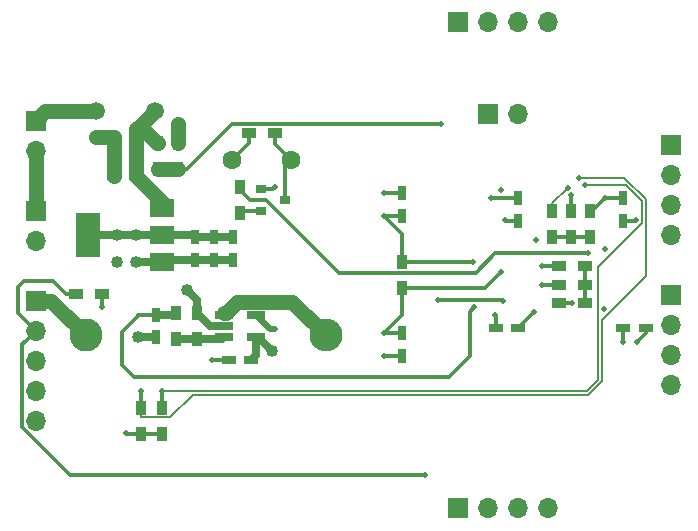
<source format=gbr>
G04 #@! TF.GenerationSoftware,KiCad,Pcbnew,(5.1.4)-1*
G04 #@! TF.CreationDate,2019-12-04T08:55:51-06:00*
G04 #@! TF.ProjectId,motor_control,6d6f746f-725f-4636-9f6e-74726f6c2e6b,rev?*
G04 #@! TF.SameCoordinates,Original*
G04 #@! TF.FileFunction,Copper,L4,Bot*
G04 #@! TF.FilePolarity,Positive*
%FSLAX46Y46*%
G04 Gerber Fmt 4.6, Leading zero omitted, Abs format (unit mm)*
G04 Created by KiCad (PCBNEW (5.1.4)-1) date 2019-12-04 08:55:51*
%MOMM*%
%LPD*%
G04 APERTURE LIST*
%ADD10C,1.600000*%
%ADD11R,1.200000X0.750000*%
%ADD12R,0.750000X1.200000*%
%ADD13C,1.500000*%
%ADD14O,1.700000X1.700000*%
%ADD15R,1.700000X1.700000*%
%ADD16R,0.900000X0.800000*%
%ADD17O,2.800000X2.800000*%
%ADD18C,2.800000*%
%ADD19R,0.900000X1.200000*%
%ADD20R,1.200000X0.900000*%
%ADD21R,1.560000X0.650000*%
%ADD22R,2.000000X1.500000*%
%ADD23R,2.000000X3.800000*%
%ADD24C,0.508000*%
%ADD25C,1.016000*%
%ADD26C,0.304800*%
%ADD27C,0.635000*%
%ADD28C,1.270000*%
%ADD29C,0.508000*%
%ADD30C,0.152400*%
G04 APERTURE END LIST*
D10*
X143423000Y-87630000D03*
X148423000Y-87630000D03*
D11*
X143118800Y-104546400D03*
X145018800Y-104546400D03*
D12*
X136956800Y-102600800D03*
X136956800Y-100700800D03*
X157835600Y-90439200D03*
X157835600Y-92339200D03*
X157835600Y-104175600D03*
X157835600Y-102275600D03*
X176530000Y-92745600D03*
X176530000Y-90845600D03*
D11*
X178445200Y-101803200D03*
X176545200Y-101803200D03*
D12*
X167640000Y-92745600D03*
X167640000Y-90845600D03*
D11*
X165724800Y-101803200D03*
X167624800Y-101803200D03*
X133416000Y-85648800D03*
X135316000Y-85648800D03*
X135316000Y-87274400D03*
X133416000Y-87274400D03*
X133416000Y-88950800D03*
X135316000Y-88950800D03*
D12*
X140309600Y-94147600D03*
X140309600Y-96047600D03*
X141884400Y-96047600D03*
X141884400Y-94147600D03*
X143459200Y-94147600D03*
X143459200Y-96047600D03*
D13*
X136866000Y-83464400D03*
X131866000Y-83464400D03*
D14*
X126796800Y-109677200D03*
X126796800Y-107137200D03*
X126796800Y-104597200D03*
X126796800Y-102057200D03*
D15*
X126796800Y-99517200D03*
D14*
X167640000Y-83693000D03*
D15*
X165100000Y-83693000D03*
D14*
X170180000Y-75946000D03*
X167640000Y-75946000D03*
X165100000Y-75946000D03*
D15*
X162560000Y-75946000D03*
X180594000Y-99060000D03*
D14*
X180594000Y-101600000D03*
X180594000Y-104140000D03*
X180594000Y-106680000D03*
X170180000Y-117094000D03*
X167640000Y-117094000D03*
X165100000Y-117094000D03*
D15*
X162560000Y-117094000D03*
X180594000Y-86360000D03*
D14*
X180594000Y-88900000D03*
X180594000Y-91440000D03*
X180594000Y-93980000D03*
D15*
X126796800Y-91897200D03*
D14*
X126796800Y-94437200D03*
X126796800Y-86817200D03*
D15*
X126796800Y-84277200D03*
D16*
X147862800Y-90982800D03*
X145862800Y-90032800D03*
X145862800Y-91932800D03*
D17*
X151333200Y-102412800D03*
D18*
X131013200Y-102412800D03*
D19*
X140411200Y-100550800D03*
X140411200Y-102750800D03*
X138684000Y-102750800D03*
X138684000Y-100550800D03*
X137464800Y-110777200D03*
X137464800Y-108577200D03*
X135737600Y-108577200D03*
X135737600Y-110777200D03*
X144119600Y-89882800D03*
X144119600Y-92082800D03*
D20*
X144848400Y-85293200D03*
X147048400Y-85293200D03*
D19*
X137160000Y-86174400D03*
X137160000Y-88374400D03*
X138828599Y-86175399D03*
X138828599Y-88375399D03*
D20*
X130218000Y-98907600D03*
X132418000Y-98907600D03*
D19*
X170535600Y-94114800D03*
X170535600Y-91914800D03*
D20*
X171061200Y-99720400D03*
X173261200Y-99720400D03*
D19*
X172110400Y-91914800D03*
X172110400Y-94114800D03*
X173685200Y-94114800D03*
X173685200Y-91914800D03*
D20*
X173261200Y-98145600D03*
X171061200Y-98145600D03*
X171061200Y-96570800D03*
X173261200Y-96570800D03*
D19*
X157835600Y-96232800D03*
X157835600Y-98432800D03*
D21*
X145418800Y-102600800D03*
X145418800Y-100700800D03*
X142718800Y-100700800D03*
X142718800Y-101650800D03*
X142718800Y-102600800D03*
D22*
X137516000Y-91680000D03*
X137516000Y-96280000D03*
X137516000Y-93980000D03*
D23*
X131216000Y-93980000D03*
D24*
X176530000Y-103022400D03*
X177647600Y-92710000D03*
X166217600Y-90119200D03*
X172110400Y-90576400D03*
X166522400Y-92710000D03*
D25*
X135280400Y-96266000D03*
X133705600Y-96266000D03*
X146761200Y-103784400D03*
D24*
X134467600Y-110744000D03*
X168960800Y-100431600D03*
X169672000Y-98145600D03*
X132384800Y-100076000D03*
X177698400Y-103022400D03*
X174904400Y-100228400D03*
X169672000Y-96570800D03*
X174955200Y-90830400D03*
X165354000Y-90830400D03*
X169113200Y-94335600D03*
X156311600Y-90424000D03*
X156311600Y-104190800D03*
X147015200Y-89916000D03*
D25*
X133705600Y-93980000D03*
X135280400Y-93980000D03*
X138836400Y-84582000D03*
X139598400Y-98602800D03*
X135483600Y-102616000D03*
D24*
X175006000Y-95097600D03*
X165709600Y-100685600D03*
D25*
X131876800Y-85648800D03*
D24*
X141732000Y-104546400D03*
X163880800Y-100076000D03*
X156311600Y-92354400D03*
X163830000Y-96215200D03*
X156311600Y-102260400D03*
X166166800Y-97100200D03*
X159766000Y-114300000D03*
X147066000Y-101904800D03*
X137464800Y-107188000D03*
X173329600Y-89712800D03*
X135737600Y-107188000D03*
X172770800Y-89103200D03*
X173532800Y-95453200D03*
X161137600Y-84531200D03*
X160883601Y-99415601D03*
X166370000Y-99568000D03*
X171837124Y-89975192D03*
X172161200Y-99720400D03*
D26*
X176530000Y-101818400D02*
X176545200Y-101803200D01*
X176530000Y-103022400D02*
X176530000Y-101818400D01*
X176530000Y-92745600D02*
X177612000Y-92745600D01*
X177612000Y-92745600D02*
X177647600Y-92710000D01*
X172110400Y-91914800D02*
X172110400Y-90576400D01*
X167640000Y-92745600D02*
X166558000Y-92745600D01*
X166558000Y-92745600D02*
X166522400Y-92710000D01*
X144848400Y-86204600D02*
X143423000Y-87630000D01*
X144848400Y-85293200D02*
X144848400Y-86204600D01*
D27*
X143459200Y-96047600D02*
X141884400Y-96047600D01*
X141884400Y-96047600D02*
X140309600Y-96047600D01*
X137748400Y-96047600D02*
X137516000Y-96280000D01*
X140309600Y-96047600D02*
X137748400Y-96047600D01*
X137516000Y-96280000D02*
X135294400Y-96280000D01*
X135294400Y-96280000D02*
X135280400Y-96266000D01*
X145418800Y-104146400D02*
X145018800Y-104546400D01*
X145418800Y-102600800D02*
X145418800Y-104146400D01*
X145418800Y-102600800D02*
X145577600Y-102600800D01*
X145577600Y-102600800D02*
X146761200Y-103784400D01*
D26*
X137464800Y-110777200D02*
X135737600Y-110777200D01*
X135737600Y-110777200D02*
X134500800Y-110777200D01*
X134500800Y-110777200D02*
X134467600Y-110744000D01*
X168960800Y-100467200D02*
X167624800Y-101803200D01*
X168960800Y-100431600D02*
X168960800Y-100467200D01*
X171061200Y-98145600D02*
X169672000Y-98145600D01*
X132418000Y-98907600D02*
X132418000Y-100042800D01*
X132418000Y-100042800D02*
X132384800Y-100076000D01*
X147048400Y-86255400D02*
X148423000Y-87630000D01*
X147048400Y-85293200D02*
X147048400Y-86255400D01*
X147862800Y-88190200D02*
X148423000Y-87630000D01*
X147862800Y-90982800D02*
X147862800Y-88190200D01*
X178445200Y-101803200D02*
X178445200Y-102275600D01*
X178445200Y-102275600D02*
X177698400Y-103022400D01*
X171061200Y-96570800D02*
X169672000Y-96570800D01*
X173685200Y-91914800D02*
X173870800Y-91914800D01*
X173870800Y-91914800D02*
X174955200Y-90830400D01*
X176514800Y-90830400D02*
X176530000Y-90845600D01*
X174955200Y-90830400D02*
X176514800Y-90830400D01*
X167640000Y-90845600D02*
X165369200Y-90845600D01*
X165369200Y-90845600D02*
X165354000Y-90830400D01*
X157835600Y-90439200D02*
X156326800Y-90439200D01*
X156326800Y-90439200D02*
X156311600Y-90424000D01*
X157835600Y-104175600D02*
X156326800Y-104175600D01*
X156326800Y-104175600D02*
X156311600Y-104190800D01*
X145862800Y-90032800D02*
X146898400Y-90032800D01*
X146898400Y-90032800D02*
X147015200Y-89916000D01*
D27*
X140142000Y-93980000D02*
X140309600Y-94147600D01*
X137516000Y-93980000D02*
X140142000Y-93980000D01*
X140309600Y-94147600D02*
X141884400Y-94147600D01*
X143459200Y-94147600D02*
X141884400Y-94147600D01*
X133299200Y-93980000D02*
X133705600Y-93980000D01*
X133299200Y-93980000D02*
X134416800Y-93980000D01*
X131216000Y-93980000D02*
X133299200Y-93980000D01*
X135280400Y-93980000D02*
X137516000Y-93980000D01*
X134416800Y-93980000D02*
X135280400Y-93980000D01*
D28*
X138828599Y-86175399D02*
X138828599Y-84589801D01*
X138828599Y-84589801D02*
X138836400Y-84582000D01*
X133416000Y-85648800D02*
X133416000Y-87274400D01*
X133416000Y-88950800D02*
X133416000Y-87274400D01*
D27*
X141511200Y-101650800D02*
X140411200Y-100550800D01*
X142718800Y-101650800D02*
X141511200Y-101650800D01*
X140411200Y-100550800D02*
X140411200Y-99415600D01*
X140411200Y-99415600D02*
X139598400Y-98602800D01*
X136956800Y-102600800D02*
X135498800Y-102600800D01*
X135498800Y-102600800D02*
X135483600Y-102616000D01*
D26*
X165724800Y-101803200D02*
X165724800Y-100700800D01*
X165724800Y-100700800D02*
X165709600Y-100685600D01*
D28*
X133416000Y-85648800D02*
X131876800Y-85648800D01*
D26*
X143118800Y-104546400D02*
X141732000Y-104546400D01*
D27*
X138534000Y-100700800D02*
X138684000Y-100550800D01*
X136956800Y-100700800D02*
X138534000Y-100700800D01*
D26*
X135498800Y-100700800D02*
X135483600Y-100685600D01*
X136956800Y-100700800D02*
X135498800Y-100700800D01*
X163525200Y-100431600D02*
X163880800Y-100076000D01*
X135498800Y-100700800D02*
X134061200Y-102138400D01*
X134061200Y-104952800D02*
X135077200Y-105968800D01*
X135077200Y-105968800D02*
X161747200Y-105968800D01*
X134061200Y-102138400D02*
X134061200Y-104952800D01*
X161747200Y-105968800D02*
X163525200Y-104190800D01*
X163525200Y-104190800D02*
X163525200Y-100431600D01*
X157835600Y-92339200D02*
X156326800Y-92339200D01*
X156326800Y-92339200D02*
X156311600Y-92354400D01*
X157835600Y-93878400D02*
X156311600Y-92354400D01*
X157835600Y-96232800D02*
X157835600Y-93878400D01*
X157835600Y-96232800D02*
X163812400Y-96232800D01*
X163812400Y-96232800D02*
X163830000Y-96215200D01*
X157835600Y-102275600D02*
X156326800Y-102275600D01*
X156326800Y-102275600D02*
X156311600Y-102260400D01*
X157835600Y-100736400D02*
X156311600Y-102260400D01*
X157835600Y-98432800D02*
X157835600Y-100736400D01*
X157835600Y-98432800D02*
X164834200Y-98432800D01*
X164834200Y-98432800D02*
X166166800Y-97100200D01*
D28*
X135316000Y-88950800D02*
X135316000Y-87274400D01*
X135316000Y-87274400D02*
X135316000Y-85648800D01*
X135316000Y-85648800D02*
X135316000Y-85014400D01*
X137025200Y-86174400D02*
X135590600Y-84739800D01*
X137160000Y-86174400D02*
X137025200Y-86174400D01*
X135316000Y-85014400D02*
X135590600Y-84739800D01*
X135590600Y-84739800D02*
X136866000Y-83464400D01*
X137516000Y-91150800D02*
X135316000Y-88950800D01*
X137516000Y-91680000D02*
X137516000Y-91150800D01*
X142881201Y-100538399D02*
X142718800Y-100538399D01*
X143831201Y-99588399D02*
X142881201Y-100538399D01*
X151333200Y-102412800D02*
X148508799Y-99588399D01*
X148508799Y-99588399D02*
X143831201Y-99588399D01*
X127609600Y-83464400D02*
X126796800Y-84277200D01*
X131866000Y-83464400D02*
X127609600Y-83464400D01*
D26*
X129313200Y-98907600D02*
X128246400Y-97840800D01*
X130218000Y-98907600D02*
X129313200Y-98907600D01*
X128246400Y-97840800D02*
X125831600Y-97840800D01*
X125831600Y-97840800D02*
X125323600Y-98348800D01*
X125323600Y-100584000D02*
X126796800Y-102057200D01*
X125323600Y-98348800D02*
X125323600Y-100584000D01*
X125946801Y-102907199D02*
X126796800Y-102057200D01*
X125641999Y-103212001D02*
X125946801Y-102907199D01*
X125641999Y-110231505D02*
X125641999Y-103212001D01*
X129710494Y-114300000D02*
X125641999Y-110231505D01*
X159766000Y-114300000D02*
X129710494Y-114300000D01*
D28*
X128117600Y-99517200D02*
X131013200Y-102412800D01*
X126796800Y-99517200D02*
X128117600Y-99517200D01*
D29*
X146622800Y-101904800D02*
X145418800Y-100700800D01*
X147066000Y-101904800D02*
X146622800Y-101904800D01*
D28*
X126796800Y-91897200D02*
X126796800Y-86817200D01*
D26*
X144269600Y-91932800D02*
X144119600Y-92082800D01*
X145862800Y-91932800D02*
X144269600Y-91932800D01*
D27*
X142568800Y-102750800D02*
X142718800Y-102600800D01*
X140411200Y-102750800D02*
X142568800Y-102750800D01*
X140411200Y-102750800D02*
X138684000Y-102750800D01*
D26*
X137464800Y-107188000D02*
X137464800Y-108577200D01*
D30*
X137464800Y-107188000D02*
X173431200Y-107188000D01*
X173431200Y-107188000D02*
X174091600Y-106527600D01*
X178130201Y-91059319D02*
X176783682Y-89712800D01*
X178130201Y-92941649D02*
X178130201Y-91059319D01*
X174421799Y-96650051D02*
X178130201Y-92941649D01*
X174091600Y-106527600D02*
X174421799Y-106197401D01*
X174421799Y-106197401D02*
X174421799Y-96650051D01*
X176783682Y-89712800D02*
X173329600Y-89712800D01*
D26*
X135737600Y-107188000D02*
X135737600Y-108577200D01*
D30*
X135813801Y-109405801D02*
X138193399Y-109405801D01*
X135737600Y-108577200D02*
X135737600Y-109329600D01*
X135737600Y-109329600D02*
X135813801Y-109405801D01*
X138193399Y-109405801D02*
X140106390Y-107492810D01*
X173557457Y-107492809D02*
X174726609Y-106323657D01*
X140106390Y-107492810D02*
X173557457Y-107492809D01*
X176605148Y-89103200D02*
X172770800Y-89103200D01*
X178435010Y-90933062D02*
X176605148Y-89103200D01*
X178435010Y-97412040D02*
X178435010Y-90933062D01*
X174726609Y-106323657D02*
X174726609Y-101120441D01*
X174726609Y-101120441D02*
X178435010Y-97412040D01*
D26*
X165912800Y-95453200D02*
X173532800Y-95453200D01*
X165709600Y-95453200D02*
X165912800Y-95453200D01*
X144119600Y-90178640D02*
X144923760Y-90982800D01*
X144923760Y-90982800D02*
X146311442Y-90982800D01*
X146311442Y-90982800D02*
X152466243Y-97137601D01*
X144119600Y-89882800D02*
X144119600Y-90178640D01*
X152466243Y-97137601D02*
X164025199Y-97137601D01*
X164025199Y-97137601D02*
X165709600Y-95453200D01*
D28*
X138827600Y-88374400D02*
X138828599Y-88375399D01*
X137160000Y-88374400D02*
X138827600Y-88374400D01*
D26*
X143427598Y-84531200D02*
X161137600Y-84531200D01*
X138828599Y-88375399D02*
X139583399Y-88375399D01*
X139583399Y-88375399D02*
X143427598Y-84531200D01*
X160883601Y-99415601D02*
X166217601Y-99415601D01*
X166217601Y-99415601D02*
X166370000Y-99568000D01*
X170535600Y-94114800D02*
X172110400Y-94114800D01*
X172110400Y-94114800D02*
X173685200Y-94114800D01*
D30*
X170535600Y-91276716D02*
X170535600Y-91914800D01*
X171837124Y-89975192D02*
X170535600Y-91276716D01*
D26*
X171061200Y-99720400D02*
X172161200Y-99720400D01*
X173261200Y-99720400D02*
X173261200Y-98145600D01*
X173261200Y-98145600D02*
X173261200Y-96570800D01*
M02*

</source>
